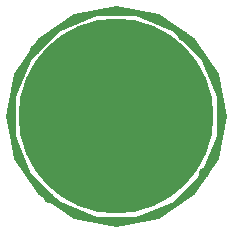
<source format=gbl>
G04 #@! TF.FileFunction,Copper,L4,Bot,Signal*
%FSLAX46Y46*%
G04 Gerber Fmt 4.6, Leading zero omitted, Abs format (unit mm)*
G04 Created by KiCad (PCBNEW 4.0.1-3.201512221402+6198~38~ubuntu14.04.1-stable) date Sun Jan  3 20:07:52 2016*
%MOMM*%
G01*
G04 APERTURE LIST*
%ADD10C,0.150000*%
%ADD11C,16.510000*%
%ADD12C,0.889000*%
%ADD13C,0.254000*%
G04 APERTURE END LIST*
D10*
D11*
X101549200Y-51181000D03*
D12*
X95554800Y-55219600D03*
X108991400Y-56032400D03*
X107264200Y-44399200D03*
X94691200Y-45567600D03*
X95885000Y-58140600D03*
D13*
G36*
X105077924Y-42661907D02*
X108069432Y-44660768D01*
X110068293Y-47652276D01*
X110770200Y-51181000D01*
X110068293Y-54709724D01*
X108069432Y-57701232D01*
X105077924Y-59700093D01*
X101549200Y-60402000D01*
X98020476Y-59700093D01*
X95028968Y-57701232D01*
X93030107Y-54709724D01*
X92668394Y-52891270D01*
X92911704Y-52891270D01*
X94223687Y-56066510D01*
X96650912Y-58497975D01*
X99823857Y-59815497D01*
X103259470Y-59818496D01*
X106434710Y-58506513D01*
X108866175Y-56079288D01*
X110183697Y-52906343D01*
X110186696Y-49470730D01*
X108874713Y-46295490D01*
X106447488Y-43864025D01*
X103274543Y-42546503D01*
X99838930Y-42543504D01*
X96663690Y-43855487D01*
X94232225Y-46282712D01*
X92914703Y-49455657D01*
X92911704Y-52891270D01*
X92668394Y-52891270D01*
X92328200Y-51181000D01*
X93030107Y-47652276D01*
X95028968Y-44660768D01*
X98020476Y-42661907D01*
X101549200Y-41960000D01*
X105077924Y-42661907D01*
X105077924Y-42661907D01*
G37*
X105077924Y-42661907D02*
X108069432Y-44660768D01*
X110068293Y-47652276D01*
X110770200Y-51181000D01*
X110068293Y-54709724D01*
X108069432Y-57701232D01*
X105077924Y-59700093D01*
X101549200Y-60402000D01*
X98020476Y-59700093D01*
X95028968Y-57701232D01*
X93030107Y-54709724D01*
X92668394Y-52891270D01*
X92911704Y-52891270D01*
X94223687Y-56066510D01*
X96650912Y-58497975D01*
X99823857Y-59815497D01*
X103259470Y-59818496D01*
X106434710Y-58506513D01*
X108866175Y-56079288D01*
X110183697Y-52906343D01*
X110186696Y-49470730D01*
X108874713Y-46295490D01*
X106447488Y-43864025D01*
X103274543Y-42546503D01*
X99838930Y-42543504D01*
X96663690Y-43855487D01*
X94232225Y-46282712D01*
X92914703Y-49455657D01*
X92911704Y-52891270D01*
X92668394Y-52891270D01*
X92328200Y-51181000D01*
X93030107Y-47652276D01*
X95028968Y-44660768D01*
X98020476Y-42661907D01*
X101549200Y-41960000D01*
X105077924Y-42661907D01*
M02*

</source>
